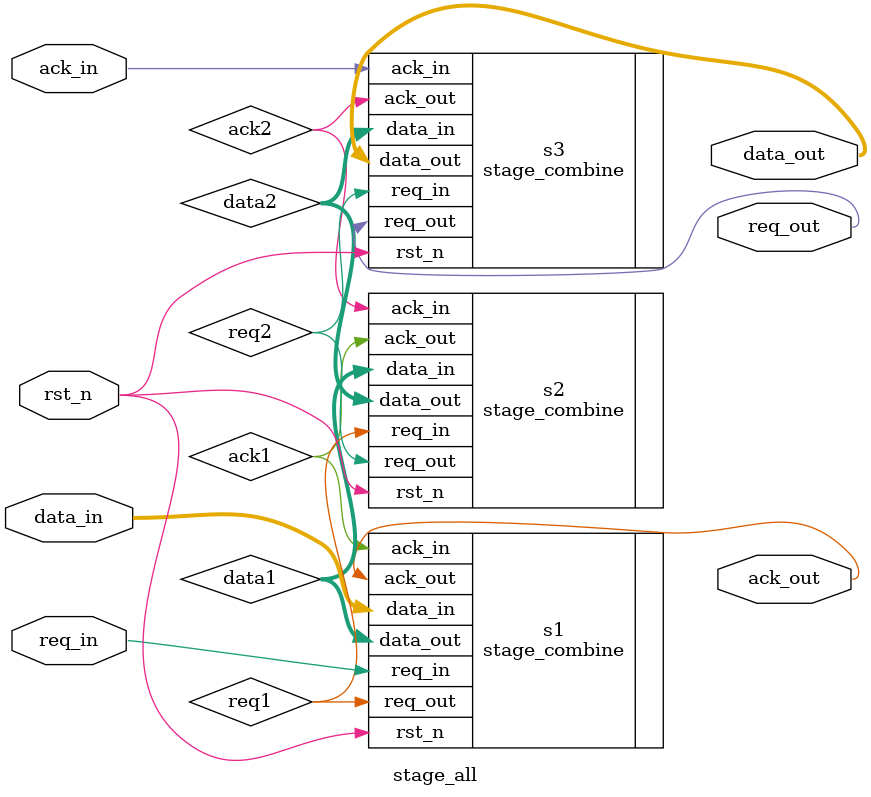
<source format=v>
`timescale 1ns / 1ps

module stage_all(
	rst_n,
	ack_in,
	req_in,
	data_in,
	ack_out,
	req_out,
	data_out,
);
	parameter data_with = 3;
	input rst_n,ack_in,req_in;
	input [data_with-1:0]data_in;
	output ack_out,req_out;
	output [data_with-1:0] data_out;
	
	wire req1,req2;
	wire ack1,ack2;
	wire [data_with-1:0]data1;
	wire [data_with-1:0]data2;
	
	stage_combine s1(
		.rst_n(rst_n),
		.req_in(req_in),
		.ack_in(ack1),
		.data_in(data_in),
		.req_out(req1),
		.ack_out(ack_out),
		.data_out(data1)
	);
	stage_combine s2(
		.rst_n(rst_n),
		.ack_in(ack2),
		.req_in(req1),
		.data_in(data1),
		.req_out(req2),
		.ack_out(ack1),
		.data_out(data2)
	);
	stage_combine s3(
		.rst_n(rst_n),
		.req_in(req2),
		.ack_in(ack_in),
		.data_in(data2),
		.req_out(req_out),
		.ack_out(ack2),
		.data_out(data_out)
	);
	
endmodule 
</source>
